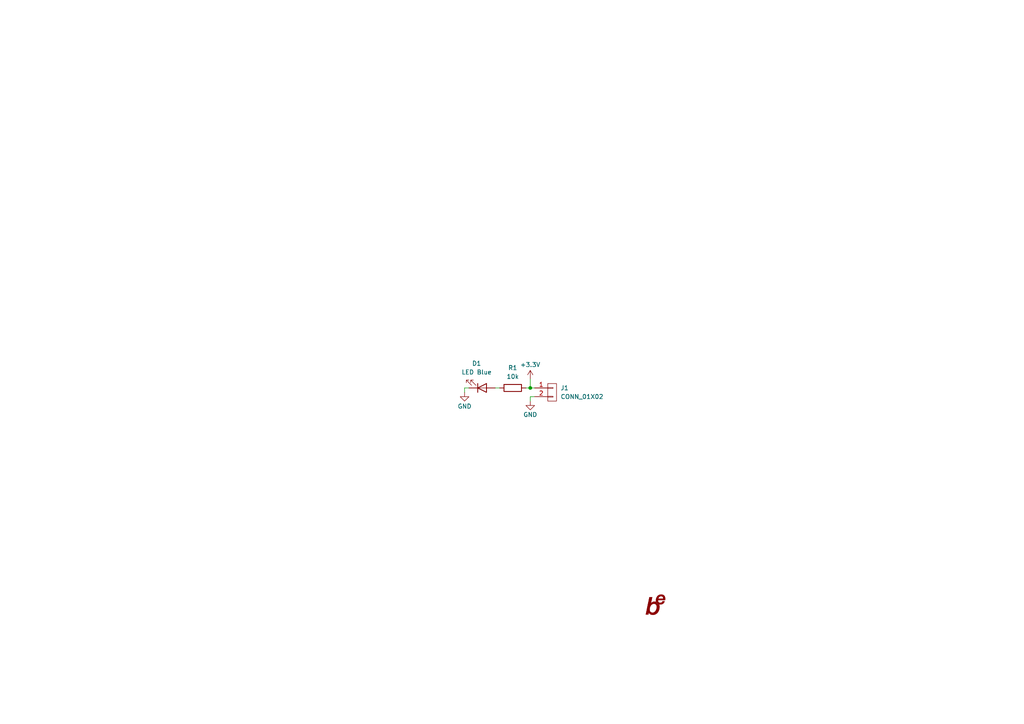
<source format=kicad_sch>
(kicad_sch (version 20211123) (generator eeschema)
  (paper "A4")
  (title_block (title "KiCAD Project Template") (date "2025-01-04") (rev "0.1.0") (company "brainelectronics") (comment 1 "Jonas Scharpf"))
  (lib_symbols
    (symbol "Device:LED" (pin_numbers hide) (pin_names (offset 1.016) hide)
      (property "Reference" "D" (at 0 2.54 0))
      (property "Value" "LED" (at 0 -2.54 0))
      (symbol "LED_0_1"
        (polyline (pts (xy -1.27 -1.27) (xy -1.27 1.27)) (stroke (width 0.254)))
        (polyline (pts (xy -1.27 0) (xy 1.27 0)))
        (polyline (pts (xy 1.27 -1.27) (xy 1.27 1.27) (xy -1.27 0) (xy 1.27 -1.27)) (stroke (width 0.254)))
        (polyline (pts (xy -3.048 -0.762) (xy -4.572 -2.286) (xy -3.81 -2.286) (xy -4.572 -2.286) (xy -4.572 -1.524)))
        (polyline (pts (xy -1.778 -0.762) (xy -3.302 -2.286) (xy -2.54 -2.286) (xy -3.302 -2.286) (xy -3.302 -1.524)))
      )
      (symbol "LED_1_1"
        (pin passive line (at -3.81 0 0) (length 2.54) (name "K") (number "1"))
        (pin passive line (at 3.81 0 180) (length 2.54) (name "A") (number "2"))
      )
    )
    (symbol "Device:R" (pin_numbers hide) (pin_names (offset 0))
      (property "Reference" "R" (at 2.032 0 90))
      (property "Value" "R" (at 0 0 90))
      (symbol "R_0_1"
        (rectangle (start -1.016 -2.54) (end 1.016 2.54) (stroke (width 0.254)))
      )
      (symbol "R_1_1"
        (pin passive line (at 0 3.81 270) (length 1.27) (name "~") (number "1"))
        (pin passive line (at 0 -3.81 90) (length 1.27) (name "~") (number "2"))
      )
    )
    (symbol "be-kicad:LOGO" (pin_names (offset 1.016))
      (symbol "LOGO_0_0"
        (polyline (pts (xy 1.8796 0.1524) (xy 1.9558 0.1778) (xy 2.032 0.2286) (xy 2.1082 0.254) (xy 2.2606 0.3556) (xy 2.3368 0.4318) (xy 2.3876 0.508) (xy 2.4638 0.5842) (xy 2.5146 0.6604) (xy 2.5654 0.762) (xy 2.5908 0.8382) (xy 2.6416 0.9398) (xy 2.6416 0.9906) (xy 2.032 0.9906) (xy 2.032 0.9398) (xy 1.9812 0.8382) (xy 1.8796 0.7366) (xy 1.8542 0.6858) (xy 1.8034 0.6604) (xy 1.7526 0.6096) (xy 1.6002 0.5588) (xy 1.5494 0.5588) (xy 1.4732 0.5334) (xy 1.27 0.5334) (xy 1.1176 0.5842) (xy 1.0668 0.5842) (xy 1.016 0.635) (xy 0.9144 0.6858) (xy 0.889 0.7112) (xy 0.8636 0.762) (xy 0.8128 0.8128) (xy 0.7874 0.8636) (xy 0.7366 1.016) (xy 0.7366 1.3462) (xy 2.794 1.3462) (xy 2.794 1.4986) (xy 2.8194 1.524) (xy 2.8194 1.8542) (xy 2.794 1.8796) (xy 2.794 2.0066) (xy 2.7432 2.2098) (xy 2.7178 2.286) (xy 2.667 2.3876) (xy 2.6416 2.4638) (xy 2.5908 2.54) (xy 2.3622 2.7686) (xy 2.286 2.794) (xy 2.2098 2.8448) (xy 2.1082 2.8702) (xy 2.032 2.8956) (xy 1.8288 2.9464) (xy 1.4732 2.9464) (xy 1.4224 2.921) (xy 1.397 2.921) (xy 1.0922 2.8448) (xy 0.889 2.7432) (xy 0.8128 2.6924) (xy 0.7366 2.6162) (xy 0.635 2.54) (xy 0.5588 2.4638) (xy 0.508 2.3876) (xy 0.4318 2.286) (xy 0.3302 2.0828) (xy 0.3048 2.0574) (xy 0.254 1.9558) (xy 0.2286 1.8288) (xy 0.2032 1.7526) (xy 0.8128 1.7526) (xy 0.8128 1.8034) (xy 0.8382 1.8288) (xy 0.8382 1.8796) (xy 0.8636 1.905) (xy 0.889 1.9558) (xy 0.9144 2.032) (xy 1.016 2.1844) (xy 1.0668 2.2352) (xy 1.143 2.286) (xy 1.1938 2.3368) (xy 1.27 2.3876) (xy 1.3208 2.413) (xy 1.397 2.4384) (xy 1.4986 2.4638) (xy 1.7526 2.4638) (xy 1.8034 2.4384) (xy 1.8796 2.4384) (xy 1.9304 2.3876) (xy 2.032 2.3368) (xy 2.1336 2.2352) (xy 2.159 2.1844) (xy 2.159 2.159) (xy 2.1844 2.1082) (xy 2.1844 2.0828) (xy 2.2098 2.032) (xy 2.2098 1.7526) (xy 0.8128 1.7526) (xy 0.2032 1.7526) (xy 0.1778 1.7272) (xy 0.1524 1.6002) (xy 0.1524 1.4732) (xy 0.127 1.3462) (xy 0.127 1.1684) (xy 0.1524 1.0668) (xy 0.1524 0.9652) (xy 0.1778 0.889) (xy 0.2032 0.7874) (xy 0.2286 0.7112) (xy 0.254 0.7112) (xy 0.2794 0.6096) (xy 0.381 0.4572) (xy 0.4572 0.4064) (xy 0.5842 0.2794) (xy 0.6604 0.2286) (xy 0.762 0.1778) (xy 0.8382 0.1524) (xy 0.9398 0.127) (xy 0.9652 0.1016) (xy 1.0414 0.1016) (xy 1.0668 0.0762) (xy 1.5748 0.0762) (xy 1.8796 0.1524)) (stroke (width 0.0254)) (fill (type outline)))
        (polyline (pts (xy -0.5334 -2.921) (xy -0.4572 -2.921) (xy -0.254 -2.8702) (xy -0.1016 -2.8194) (xy 0 -2.794) (xy 0.1016 -2.7178) (xy 0.2032 -2.667) (xy 0.4064 -2.5146) (xy 0.6096 -2.3114) (xy 0.762 -2.1082) (xy 0.8128 -1.9812) (xy 0.889 -1.8796) (xy 1.0414 -1.4986) (xy 1.0668 -1.3462) (xy 1.1176 -1.2192) (xy 1.143 -1.0668) (xy 1.143 -0.9144) (xy 1.1684 -0.8636) (xy 1.1684 -0.4318) (xy 1.143 -0.3556) (xy 1.143 -0.2032) (xy 1.1176 -0.1524) (xy 1.1176 -0.127) (xy 1.0922 -0.0762) (xy 1.0922 -0.0254) (xy 1.0668 0) (xy 1.016 0.0254) (xy 0.9652 0.0254) (xy 0.8636 0.0508) (xy 0.7874 0.0762) (xy 0.7112 0.127) (xy 0.6858 0.127) (xy 0.4572 0.2794) (xy 0.3048 0.4318) (xy 0.2032 0.5842) (xy 0.1778 0.6604) (xy 0.127 0.7366) (xy 0.1016 0.8382) (xy 0.1016 0.8636) (xy 0.0762 0.8636) (xy 0.0762 0.889) (xy -0.4826 0.889) (xy -0.508 0.8636) (xy -0.5842 0.8636) (xy -0.6858 0.8382) (xy -0.7874 0.7874) (xy -0.8636 0.7366) (xy -0.9652 0.6858) (xy -1.0414 0.635) (xy -1.1176 0.5588) (xy -1.1938 0.508) (xy -1.27 0.4064) (xy -1.2954 0.4064) (xy -1.2954 0.381) (xy -1.3208 0.381) (xy -1.3208 0.4572) (xy -1.2954 0.4826) (xy -1.2954 0.5588) (xy -1.27 0.6096) (xy -1.27 0.7112) (xy -1.2446 0.7874) (xy -1.2446 0.8382) (xy -1.1938 0.9906) (xy -1.1938 1.0414) (xy -1.1684 1.1176) (xy -1.1684 1.1938) (xy -1.1176 1.3462) (xy -1.1176 1.4224) (xy -1.0922 1.4986) (xy -1.0922 1.5748) (xy -1.0668 1.651) (xy -1.0414 1.7018) (xy -1.0414 1.778) (xy -1.016 1.8288) (xy -1.016 1.9558) (xy -0.9906 2.0066) (xy -0.9906 2.0574) (xy -0.9652 2.0828) (xy -0.9652 2.1844) (xy -1.7526 2.1844) (xy -1.7526 2.159) (xy -1.778 2.1336) (xy -1.778 2.0574) (xy -1.8034 2.0066) (xy -1.8034 1.9558) (xy -1.8288 1.905) (xy -1.8288 1.8034) (xy -1.8542 1.7526) (xy -1.8542 1.6764) (xy -1.8796 1.6256) (xy -1.905 1.524) (xy -1.905 1.4478) (xy -1.9304 1.3716) (xy -1.9558 1.27) (xy -1.9558 1.1684) (xy -1.9812 1.0922) (xy -2.0066 0.9652) (xy -2.0574 0.762) (xy -2.0828 0.635) (xy -2.1082 0.5334) (xy -2.1336 0.4064) (xy -2.159 0.3048) (xy -2.2606 -0.2032) (xy -2.286 -0.3048) (xy -2.413 -0.9398) (xy -2.4384 -1.0414) (xy -2.4638 -1.1684) (xy -2.4892 -1.27) (xy -2.4892 -1.397) (xy -2.4892 -1.4732) (xy -1.7018 -1.4732) (xy -1.7018 -1.27) (xy -1.6764 -1.2446) (xy -1.6764 -1.0668) (xy -1.5748 -0.6604) (xy -1.3716 -0.254) (xy -1.3208 -0.1778) (xy -1.2446 -0.1016) (xy -1.1938 -0.0254) (xy -0.889 0.1778) (xy -0.7366 0.2286) (xy -0.7112 0.2286) (xy -0.6858 0.254) (xy -0.254 0.254) (xy -0.1524 0.2032) (xy -0.0762 0.2032) (xy -0.0254 0.1524) (xy 0.0508 0.127) (xy 0.1524 0.0254) (xy 0.2032 -0.0508) (xy 0.254 -0.1016) (xy 0.3302 -0.3302) (xy 0.3556 -0.4318) (xy 0.3556 -0.889) (xy 0.3048 -1.143) (xy 0.2794 -1.2446) (xy 0.254 -1.3716) (xy 0.0508 -1.778) (xy 0 -1.8542) (xy -0.0762 -1.9558) (xy -0.1524 -2.0066) (xy -0.2794 -2.1336) (xy -0.3556 -2.1844) (xy -0.4318 -2.2098) (xy -0.508 -2.2606) (xy -0.5842 -2.286) (xy -0.6858 -2.286) (xy -0.7112 -2.3114) (xy -0.9652 -2.3114) (xy -1.0414 -2.286) (xy -1.1176 -2.286) (xy -1.27 -2.2098) (xy -1.2954 -2.2098) (xy -1.3716 -2.159) (xy -1.4224 -2.1336) (xy -1.4732 -2.0828) (xy -1.524 -2.0066) (xy -1.5748 -1.9558) (xy -1.6002 -1.8796) (xy -1.6256 -1.8288) (xy -1.651 -1.7272) (xy -1.6764 -1.651) (xy -1.6764 -1.524) (xy -1.7018 -1.4732) (xy -2.4892 -1.4732) (xy -2.6162 -1.905) (xy -2.6162 -1.9812) (xy -2.6416 -2.0828) (xy -2.667 -2.159) (xy -2.667 -2.2352) (xy -2.6924 -2.286) (xy -2.6924 -2.3622) (xy -2.7178 -2.413) (xy -2.7178 -2.4638) (xy -2.7432 -2.5146) (xy -2.7432 -2.5908) (xy -2.7686 -2.6416) (xy -2.7686 -2.7178) (xy -2.794 -2.7432) (xy -2.794 -2.8448) (xy -2.0574 -2.8448) (xy -2.032 -2.6924) (xy -2.032 -2.5908) (xy -2.0066 -2.54) (xy -2.0066 -2.4384) (xy -1.9812 -2.3876) (xy -1.9812 -2.286) (xy -1.9558 -2.2606) (xy -1.9558 -2.2352) (xy -1.9304 -2.2606) (xy -1.9304 -2.286) (xy -1.905 -2.3368) (xy -1.8542 -2.413) (xy -1.778 -2.4892) (xy -1.6764 -2.6416) (xy -1.524 -2.7432) (xy -1.4224 -2.794) (xy -1.3462 -2.8448) (xy -1.0414 -2.921) (xy -0.9398 -2.921) (xy -0.9144 -2.9464) (xy -0.5588 -2.9464) (xy -0.5334 -2.921)) (stroke (width 0.0254)) (fill (type outline)))
      )
    )
    (symbol "conn:CONN_01X02" (pin_names (offset 1.016) hide)
      (property "Reference" "J" (at 0 3.81 0))
      (property "Value" "CONN_01X02" (at 2.54 0 90))
      (symbol "CONN_01X02_0_1"
        (rectangle (start -1.27 -1.143) (end 0.254 -1.397))
        (rectangle (start -1.27 1.397) (end 0.254 1.143))
        (rectangle (start -1.27 2.54) (end 1.27 -2.54))
      )
      (symbol "CONN_01X02_1_1"
        (pin passive line (at -5.08 1.27 0) (length 3.81) (name "P1") (number "1"))
        (pin passive line (at -5.08 -1.27 0) (length 3.81) (name "P2") (number "2"))
      )
    )
    (symbol "power:+3.3V" (power) (pin_names (offset 0))
      (property "Value" "+3.3V" (at 0 3.556 0))
      (symbol "+3.3V_0_1"
        (polyline (pts (xy -0.762 1.27) (xy 0 2.54)))
        (polyline (pts (xy 0 0) (xy 0 2.54)))
        (polyline (pts (xy 0 2.54) (xy 0.762 1.27)))
      )
      (symbol "+3.3V_1_1"
        (pin power_in line (at 0 0 90) (length 0) hide (name "+3.3V") (number "1"))
      )
    )
    (symbol "power:GND" (power) (pin_names (offset 0))
      (property "Value" "GND" (at 0 -3.81 0))
      (symbol "GND_0_1"
        (polyline (pts (xy 0 0) (xy 0 -1.27) (xy 1.27 -1.27) (xy 0 -2.54) (xy -1.27 -1.27) (xy 0 -1.27)))
      )
      (symbol "GND_1_1"
        (pin power_in line (at 0 0 270) (length 0) hide (name "GND") (number "1"))
      )
    )
  )
  (junction (at 153.797 112.522))
  (wire (pts (xy 143.637 112.522) (xy 144.907 112.522)))
  (wire (pts (xy 153.797 115.062) (xy 155.067 115.062)))
  (wire (pts (xy 134.747 112.522) (xy 134.747 113.792)))
  (wire (pts (xy 153.797 109.982) (xy 153.797 112.522)))
  (wire (pts (xy 153.797 116.332) (xy 153.797 115.062)))
  (wire (pts (xy 152.527 112.522) (xy 153.797 112.522)))
  (wire (pts (xy 153.797 112.522) (xy 155.067 112.522)))
  (wire (pts (xy 136.017 112.522) (xy 134.747 112.522)))
  (symbol (lib_id "conn:CONN_01X02") (at 160.147 113.792 0) (unit 1)
    (property "Reference" "J1" (at 162.56 112.5219 0) (effects (justify left)))
    (property "Value" "CONN_01X02" (at 162.56 115.0619 0) (effects (justify left)))
    (property "Footprint" "Pin_Headers:Pin_Header_Straight_1x02_Pitch2.54mm" (effects hide))
  )
  (symbol (lib_id "be-kicad:LOGO") (at 190.119 175.387 0) (unit 1)
    (property "Reference" "G1" (effects hide))
    (property "Value" "LOGO" (effects hide))
    (property "Footprint" "brainelectronics:be-kicad-5x5" (effects hide))
  )
  (symbol (lib_id "power:GND") (at 153.797 116.332 0) (unit 1)
    (property "Reference" "#PWR0103" (effects hide))
    (property "Value" "GND" (at 153.797 120.269 0))
  )
  (symbol (lib_id "power:GND") (at 134.747 113.792 0) (unit 1)
    (property "Reference" "#PWR0102" (effects hide))
    (property "Value" "GND" (at 134.747 117.856 0))
  )
  (symbol (lib_id "Device:R") (at 148.717 112.522 90) (unit 1)
    (property "Reference" "R1" (at 148.717 106.68 90))
    (property "Value" "10k" (at 148.717 109.22 90))
    (property "Footprint" "Resistors_SMD:R_0603_HandSoldering" (effects hide))
  )
  (symbol (lib_id "power:+3.3V") (at 153.797 109.982 0) (unit 1)
    (property "Reference" "#PWR0101" (effects hide))
    (property "Value" "+3.3V" (at 153.797 105.791 0))
  )
  (symbol (lib_id "Device:LED") (at 139.827 112.522 0) (mirror x) (unit 1)
    (property "Reference" "D1" (at 138.2395 105.41 0))
    (property "Value" "LED Blue" (at 138.2395 107.95 0))
    (property "Footprint" "LEDs:LED_0603_HandSoldering" (effects hide))
  )
)
</source>
